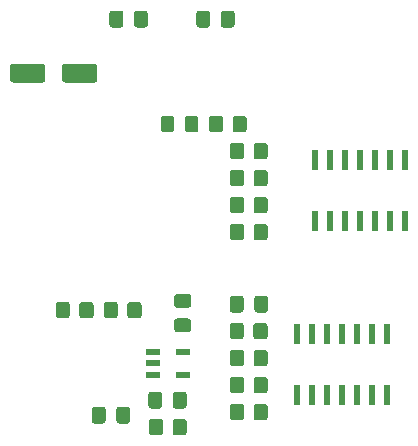
<source format=gbr>
%TF.GenerationSoftware,KiCad,Pcbnew,(5.1.8-0-10_14)*%
%TF.CreationDate,2020-12-27T09:30:55+11:00*%
%TF.ProjectId,Open-JIP(KiCad)_T3.2,4f70656e-2d4a-4495-9028-4b6943616429,rev?*%
%TF.SameCoordinates,Original*%
%TF.FileFunction,Paste,Top*%
%TF.FilePolarity,Positive*%
%FSLAX46Y46*%
G04 Gerber Fmt 4.6, Leading zero omitted, Abs format (unit mm)*
G04 Created by KiCad (PCBNEW (5.1.8-0-10_14)) date 2020-12-27 09:30:55*
%MOMM*%
%LPD*%
G01*
G04 APERTURE LIST*
%ADD10R,0.533400X1.701800*%
%ADD11R,1.210000X0.590000*%
G04 APERTURE END LIST*
%TO.C,C1*%
G36*
G01*
X111977500Y-68801000D02*
X111977500Y-67851000D01*
G75*
G02*
X112227500Y-67601000I250000J0D01*
G01*
X112902500Y-67601000D01*
G75*
G02*
X113152500Y-67851000I0J-250000D01*
G01*
X113152500Y-68801000D01*
G75*
G02*
X112902500Y-69051000I-250000J0D01*
G01*
X112227500Y-69051000D01*
G75*
G02*
X111977500Y-68801000I0J250000D01*
G01*
G37*
G36*
G01*
X109902500Y-68801000D02*
X109902500Y-67851000D01*
G75*
G02*
X110152500Y-67601000I250000J0D01*
G01*
X110827500Y-67601000D01*
G75*
G02*
X111077500Y-67851000I0J-250000D01*
G01*
X111077500Y-68801000D01*
G75*
G02*
X110827500Y-69051000I-250000J0D01*
G01*
X110152500Y-69051000D01*
G75*
G02*
X109902500Y-68801000I0J250000D01*
G01*
G37*
%TD*%
%TO.C,C2*%
G36*
G01*
X120824500Y-35273000D02*
X120824500Y-34323000D01*
G75*
G02*
X121074500Y-34073000I250000J0D01*
G01*
X121749500Y-34073000D01*
G75*
G02*
X121999500Y-34323000I0J-250000D01*
G01*
X121999500Y-35273000D01*
G75*
G02*
X121749500Y-35523000I-250000J0D01*
G01*
X121074500Y-35523000D01*
G75*
G02*
X120824500Y-35273000I0J250000D01*
G01*
G37*
G36*
G01*
X118749500Y-35273000D02*
X118749500Y-34323000D01*
G75*
G02*
X118999500Y-34073000I250000J0D01*
G01*
X119674500Y-34073000D01*
G75*
G02*
X119924500Y-34323000I0J-250000D01*
G01*
X119924500Y-35273000D01*
G75*
G02*
X119674500Y-35523000I-250000J0D01*
G01*
X118999500Y-35523000D01*
G75*
G02*
X118749500Y-35273000I0J250000D01*
G01*
G37*
%TD*%
%TO.C,C3*%
G36*
G01*
X121586500Y-59403000D02*
X121586500Y-58453000D01*
G75*
G02*
X121836500Y-58203000I250000J0D01*
G01*
X122511500Y-58203000D01*
G75*
G02*
X122761500Y-58453000I0J-250000D01*
G01*
X122761500Y-59403000D01*
G75*
G02*
X122511500Y-59653000I-250000J0D01*
G01*
X121836500Y-59653000D01*
G75*
G02*
X121586500Y-59403000I0J250000D01*
G01*
G37*
G36*
G01*
X123661500Y-59403000D02*
X123661500Y-58453000D01*
G75*
G02*
X123911500Y-58203000I250000J0D01*
G01*
X124586500Y-58203000D01*
G75*
G02*
X124836500Y-58453000I0J-250000D01*
G01*
X124836500Y-59403000D01*
G75*
G02*
X124586500Y-59653000I-250000J0D01*
G01*
X123911500Y-59653000D01*
G75*
G02*
X123661500Y-59403000I0J250000D01*
G01*
G37*
%TD*%
%TO.C,C4*%
G36*
G01*
X111405000Y-35273000D02*
X111405000Y-34323000D01*
G75*
G02*
X111655000Y-34073000I250000J0D01*
G01*
X112330000Y-34073000D01*
G75*
G02*
X112580000Y-34323000I0J-250000D01*
G01*
X112580000Y-35273000D01*
G75*
G02*
X112330000Y-35523000I-250000J0D01*
G01*
X111655000Y-35523000D01*
G75*
G02*
X111405000Y-35273000I0J250000D01*
G01*
G37*
G36*
G01*
X113480000Y-35273000D02*
X113480000Y-34323000D01*
G75*
G02*
X113730000Y-34073000I250000J0D01*
G01*
X114405000Y-34073000D01*
G75*
G02*
X114655000Y-34323000I0J-250000D01*
G01*
X114655000Y-35273000D01*
G75*
G02*
X114405000Y-35523000I-250000J0D01*
G01*
X113730000Y-35523000D01*
G75*
G02*
X113480000Y-35273000I0J250000D01*
G01*
G37*
%TD*%
%TO.C,C5*%
G36*
G01*
X116760500Y-67531000D02*
X116760500Y-66581000D01*
G75*
G02*
X117010500Y-66331000I250000J0D01*
G01*
X117685500Y-66331000D01*
G75*
G02*
X117935500Y-66581000I0J-250000D01*
G01*
X117935500Y-67531000D01*
G75*
G02*
X117685500Y-67781000I-250000J0D01*
G01*
X117010500Y-67781000D01*
G75*
G02*
X116760500Y-67531000I0J250000D01*
G01*
G37*
G36*
G01*
X114685500Y-67531000D02*
X114685500Y-66581000D01*
G75*
G02*
X114935500Y-66331000I250000J0D01*
G01*
X115610500Y-66331000D01*
G75*
G02*
X115860500Y-66581000I0J-250000D01*
G01*
X115860500Y-67531000D01*
G75*
G02*
X115610500Y-67781000I-250000J0D01*
G01*
X114935500Y-67781000D01*
G75*
G02*
X114685500Y-67531000I0J250000D01*
G01*
G37*
%TD*%
%TO.C,C6*%
G36*
G01*
X102980000Y-39920000D02*
X102980000Y-38820000D01*
G75*
G02*
X103230000Y-38570000I250000J0D01*
G01*
X105730000Y-38570000D01*
G75*
G02*
X105980000Y-38820000I0J-250000D01*
G01*
X105980000Y-39920000D01*
G75*
G02*
X105730000Y-40170000I-250000J0D01*
G01*
X103230000Y-40170000D01*
G75*
G02*
X102980000Y-39920000I0J250000D01*
G01*
G37*
G36*
G01*
X107380000Y-39920000D02*
X107380000Y-38820000D01*
G75*
G02*
X107630000Y-38570000I250000J0D01*
G01*
X110130000Y-38570000D01*
G75*
G02*
X110380000Y-38820000I0J-250000D01*
G01*
X110380000Y-39920000D01*
G75*
G02*
X110130000Y-40170000I-250000J0D01*
G01*
X107630000Y-40170000D01*
G75*
G02*
X107380000Y-39920000I0J250000D01*
G01*
G37*
%TD*%
%TO.C,C7*%
G36*
G01*
X117127000Y-58065000D02*
X118077000Y-58065000D01*
G75*
G02*
X118327000Y-58315000I0J-250000D01*
G01*
X118327000Y-58990000D01*
G75*
G02*
X118077000Y-59240000I-250000J0D01*
G01*
X117127000Y-59240000D01*
G75*
G02*
X116877000Y-58990000I0J250000D01*
G01*
X116877000Y-58315000D01*
G75*
G02*
X117127000Y-58065000I250000J0D01*
G01*
G37*
G36*
G01*
X117127000Y-60140000D02*
X118077000Y-60140000D01*
G75*
G02*
X118327000Y-60390000I0J-250000D01*
G01*
X118327000Y-61065000D01*
G75*
G02*
X118077000Y-61315000I-250000J0D01*
G01*
X117127000Y-61315000D01*
G75*
G02*
X116877000Y-61065000I0J250000D01*
G01*
X116877000Y-60390000D01*
G75*
G02*
X117127000Y-60140000I250000J0D01*
G01*
G37*
%TD*%
%TO.C,D3*%
G36*
G01*
X115739000Y-44138001D02*
X115739000Y-43237999D01*
G75*
G02*
X115988999Y-42988000I249999J0D01*
G01*
X116639001Y-42988000D01*
G75*
G02*
X116889000Y-43237999I0J-249999D01*
G01*
X116889000Y-44138001D01*
G75*
G02*
X116639001Y-44388000I-249999J0D01*
G01*
X115988999Y-44388000D01*
G75*
G02*
X115739000Y-44138001I0J249999D01*
G01*
G37*
G36*
G01*
X117789000Y-44138001D02*
X117789000Y-43237999D01*
G75*
G02*
X118038999Y-42988000I249999J0D01*
G01*
X118689001Y-42988000D01*
G75*
G02*
X118939000Y-43237999I0J-249999D01*
G01*
X118939000Y-44138001D01*
G75*
G02*
X118689001Y-44388000I-249999J0D01*
G01*
X118038999Y-44388000D01*
G75*
G02*
X117789000Y-44138001I0J249999D01*
G01*
G37*
%TD*%
%TO.C,R1*%
G36*
G01*
X112922000Y-59886001D02*
X112922000Y-58985999D01*
G75*
G02*
X113171999Y-58736000I249999J0D01*
G01*
X113872001Y-58736000D01*
G75*
G02*
X114122000Y-58985999I0J-249999D01*
G01*
X114122000Y-59886001D01*
G75*
G02*
X113872001Y-60136000I-249999J0D01*
G01*
X113171999Y-60136000D01*
G75*
G02*
X112922000Y-59886001I0J249999D01*
G01*
G37*
G36*
G01*
X110922000Y-59886001D02*
X110922000Y-58985999D01*
G75*
G02*
X111171999Y-58736000I249999J0D01*
G01*
X111872001Y-58736000D01*
G75*
G02*
X112122000Y-58985999I0J-249999D01*
G01*
X112122000Y-59886001D01*
G75*
G02*
X111872001Y-60136000I-249999J0D01*
G01*
X111171999Y-60136000D01*
G75*
G02*
X110922000Y-59886001I0J249999D01*
G01*
G37*
%TD*%
%TO.C,R2*%
G36*
G01*
X106858000Y-59886001D02*
X106858000Y-58985999D01*
G75*
G02*
X107107999Y-58736000I249999J0D01*
G01*
X107808001Y-58736000D01*
G75*
G02*
X108058000Y-58985999I0J-249999D01*
G01*
X108058000Y-59886001D01*
G75*
G02*
X107808001Y-60136000I-249999J0D01*
G01*
X107107999Y-60136000D01*
G75*
G02*
X106858000Y-59886001I0J249999D01*
G01*
G37*
G36*
G01*
X108858000Y-59886001D02*
X108858000Y-58985999D01*
G75*
G02*
X109107999Y-58736000I249999J0D01*
G01*
X109808001Y-58736000D01*
G75*
G02*
X110058000Y-58985999I0J-249999D01*
G01*
X110058000Y-59886001D01*
G75*
G02*
X109808001Y-60136000I-249999J0D01*
G01*
X109107999Y-60136000D01*
G75*
G02*
X108858000Y-59886001I0J249999D01*
G01*
G37*
%TD*%
%TO.C,R3*%
G36*
G01*
X121606000Y-46424001D02*
X121606000Y-45523999D01*
G75*
G02*
X121855999Y-45274000I249999J0D01*
G01*
X122556001Y-45274000D01*
G75*
G02*
X122806000Y-45523999I0J-249999D01*
G01*
X122806000Y-46424001D01*
G75*
G02*
X122556001Y-46674000I-249999J0D01*
G01*
X121855999Y-46674000D01*
G75*
G02*
X121606000Y-46424001I0J249999D01*
G01*
G37*
G36*
G01*
X123606000Y-46424001D02*
X123606000Y-45523999D01*
G75*
G02*
X123855999Y-45274000I249999J0D01*
G01*
X124556001Y-45274000D01*
G75*
G02*
X124806000Y-45523999I0J-249999D01*
G01*
X124806000Y-46424001D01*
G75*
G02*
X124556001Y-46674000I-249999J0D01*
G01*
X123855999Y-46674000D01*
G75*
G02*
X123606000Y-46424001I0J249999D01*
G01*
G37*
%TD*%
%TO.C,R4*%
G36*
G01*
X123590000Y-61664001D02*
X123590000Y-60763999D01*
G75*
G02*
X123839999Y-60514000I249999J0D01*
G01*
X124540001Y-60514000D01*
G75*
G02*
X124790000Y-60763999I0J-249999D01*
G01*
X124790000Y-61664001D01*
G75*
G02*
X124540001Y-61914000I-249999J0D01*
G01*
X123839999Y-61914000D01*
G75*
G02*
X123590000Y-61664001I0J249999D01*
G01*
G37*
G36*
G01*
X121590000Y-61664001D02*
X121590000Y-60763999D01*
G75*
G02*
X121839999Y-60514000I249999J0D01*
G01*
X122540001Y-60514000D01*
G75*
G02*
X122790000Y-60763999I0J-249999D01*
G01*
X122790000Y-61664001D01*
G75*
G02*
X122540001Y-61914000I-249999J0D01*
G01*
X121839999Y-61914000D01*
G75*
G02*
X121590000Y-61664001I0J249999D01*
G01*
G37*
%TD*%
%TO.C,R5*%
G36*
G01*
X123606000Y-48710001D02*
X123606000Y-47809999D01*
G75*
G02*
X123855999Y-47560000I249999J0D01*
G01*
X124556001Y-47560000D01*
G75*
G02*
X124806000Y-47809999I0J-249999D01*
G01*
X124806000Y-48710001D01*
G75*
G02*
X124556001Y-48960000I-249999J0D01*
G01*
X123855999Y-48960000D01*
G75*
G02*
X123606000Y-48710001I0J249999D01*
G01*
G37*
G36*
G01*
X121606000Y-48710001D02*
X121606000Y-47809999D01*
G75*
G02*
X121855999Y-47560000I249999J0D01*
G01*
X122556001Y-47560000D01*
G75*
G02*
X122806000Y-47809999I0J-249999D01*
G01*
X122806000Y-48710001D01*
G75*
G02*
X122556001Y-48960000I-249999J0D01*
G01*
X121855999Y-48960000D01*
G75*
G02*
X121606000Y-48710001I0J249999D01*
G01*
G37*
%TD*%
%TO.C,R6*%
G36*
G01*
X121606000Y-63950001D02*
X121606000Y-63049999D01*
G75*
G02*
X121855999Y-62800000I249999J0D01*
G01*
X122556001Y-62800000D01*
G75*
G02*
X122806000Y-63049999I0J-249999D01*
G01*
X122806000Y-63950001D01*
G75*
G02*
X122556001Y-64200000I-249999J0D01*
G01*
X121855999Y-64200000D01*
G75*
G02*
X121606000Y-63950001I0J249999D01*
G01*
G37*
G36*
G01*
X123606000Y-63950001D02*
X123606000Y-63049999D01*
G75*
G02*
X123855999Y-62800000I249999J0D01*
G01*
X124556001Y-62800000D01*
G75*
G02*
X124806000Y-63049999I0J-249999D01*
G01*
X124806000Y-63950001D01*
G75*
G02*
X124556001Y-64200000I-249999J0D01*
G01*
X123855999Y-64200000D01*
G75*
G02*
X123606000Y-63950001I0J249999D01*
G01*
G37*
%TD*%
%TO.C,R7*%
G36*
G01*
X123606000Y-50996001D02*
X123606000Y-50095999D01*
G75*
G02*
X123855999Y-49846000I249999J0D01*
G01*
X124556001Y-49846000D01*
G75*
G02*
X124806000Y-50095999I0J-249999D01*
G01*
X124806000Y-50996001D01*
G75*
G02*
X124556001Y-51246000I-249999J0D01*
G01*
X123855999Y-51246000D01*
G75*
G02*
X123606000Y-50996001I0J249999D01*
G01*
G37*
G36*
G01*
X121606000Y-50996001D02*
X121606000Y-50095999D01*
G75*
G02*
X121855999Y-49846000I249999J0D01*
G01*
X122556001Y-49846000D01*
G75*
G02*
X122806000Y-50095999I0J-249999D01*
G01*
X122806000Y-50996001D01*
G75*
G02*
X122556001Y-51246000I-249999J0D01*
G01*
X121855999Y-51246000D01*
G75*
G02*
X121606000Y-50996001I0J249999D01*
G01*
G37*
%TD*%
%TO.C,R8*%
G36*
G01*
X114748000Y-69792001D02*
X114748000Y-68891999D01*
G75*
G02*
X114997999Y-68642000I249999J0D01*
G01*
X115698001Y-68642000D01*
G75*
G02*
X115948000Y-68891999I0J-249999D01*
G01*
X115948000Y-69792001D01*
G75*
G02*
X115698001Y-70042000I-249999J0D01*
G01*
X114997999Y-70042000D01*
G75*
G02*
X114748000Y-69792001I0J249999D01*
G01*
G37*
G36*
G01*
X116748000Y-69792001D02*
X116748000Y-68891999D01*
G75*
G02*
X116997999Y-68642000I249999J0D01*
G01*
X117698001Y-68642000D01*
G75*
G02*
X117948000Y-68891999I0J-249999D01*
G01*
X117948000Y-69792001D01*
G75*
G02*
X117698001Y-70042000I-249999J0D01*
G01*
X116997999Y-70042000D01*
G75*
G02*
X116748000Y-69792001I0J249999D01*
G01*
G37*
%TD*%
%TO.C,R9*%
G36*
G01*
X123606000Y-66236001D02*
X123606000Y-65335999D01*
G75*
G02*
X123855999Y-65086000I249999J0D01*
G01*
X124556001Y-65086000D01*
G75*
G02*
X124806000Y-65335999I0J-249999D01*
G01*
X124806000Y-66236001D01*
G75*
G02*
X124556001Y-66486000I-249999J0D01*
G01*
X123855999Y-66486000D01*
G75*
G02*
X123606000Y-66236001I0J249999D01*
G01*
G37*
G36*
G01*
X121606000Y-66236001D02*
X121606000Y-65335999D01*
G75*
G02*
X121855999Y-65086000I249999J0D01*
G01*
X122556001Y-65086000D01*
G75*
G02*
X122806000Y-65335999I0J-249999D01*
G01*
X122806000Y-66236001D01*
G75*
G02*
X122556001Y-66486000I-249999J0D01*
G01*
X121855999Y-66486000D01*
G75*
G02*
X121606000Y-66236001I0J249999D01*
G01*
G37*
%TD*%
%TO.C,R10*%
G36*
G01*
X121606000Y-53282001D02*
X121606000Y-52381999D01*
G75*
G02*
X121855999Y-52132000I249999J0D01*
G01*
X122556001Y-52132000D01*
G75*
G02*
X122806000Y-52381999I0J-249999D01*
G01*
X122806000Y-53282001D01*
G75*
G02*
X122556001Y-53532000I-249999J0D01*
G01*
X121855999Y-53532000D01*
G75*
G02*
X121606000Y-53282001I0J249999D01*
G01*
G37*
G36*
G01*
X123606000Y-53282001D02*
X123606000Y-52381999D01*
G75*
G02*
X123855999Y-52132000I249999J0D01*
G01*
X124556001Y-52132000D01*
G75*
G02*
X124806000Y-52381999I0J-249999D01*
G01*
X124806000Y-53282001D01*
G75*
G02*
X124556001Y-53532000I-249999J0D01*
G01*
X123855999Y-53532000D01*
G75*
G02*
X123606000Y-53282001I0J249999D01*
G01*
G37*
%TD*%
%TO.C,R11*%
G36*
G01*
X121606000Y-68522001D02*
X121606000Y-67621999D01*
G75*
G02*
X121855999Y-67372000I249999J0D01*
G01*
X122556001Y-67372000D01*
G75*
G02*
X122806000Y-67621999I0J-249999D01*
G01*
X122806000Y-68522001D01*
G75*
G02*
X122556001Y-68772000I-249999J0D01*
G01*
X121855999Y-68772000D01*
G75*
G02*
X121606000Y-68522001I0J249999D01*
G01*
G37*
G36*
G01*
X123606000Y-68522001D02*
X123606000Y-67621999D01*
G75*
G02*
X123855999Y-67372000I249999J0D01*
G01*
X124556001Y-67372000D01*
G75*
G02*
X124806000Y-67621999I0J-249999D01*
G01*
X124806000Y-68522001D01*
G75*
G02*
X124556001Y-68772000I-249999J0D01*
G01*
X123855999Y-68772000D01*
G75*
G02*
X123606000Y-68522001I0J249999D01*
G01*
G37*
%TD*%
%TO.C,R13*%
G36*
G01*
X121028000Y-43237999D02*
X121028000Y-44138001D01*
G75*
G02*
X120778001Y-44388000I-249999J0D01*
G01*
X120077999Y-44388000D01*
G75*
G02*
X119828000Y-44138001I0J249999D01*
G01*
X119828000Y-43237999D01*
G75*
G02*
X120077999Y-42988000I249999J0D01*
G01*
X120778001Y-42988000D01*
G75*
G02*
X121028000Y-43237999I0J-249999D01*
G01*
G37*
G36*
G01*
X123028000Y-43237999D02*
X123028000Y-44138001D01*
G75*
G02*
X122778001Y-44388000I-249999J0D01*
G01*
X122077999Y-44388000D01*
G75*
G02*
X121828000Y-44138001I0J249999D01*
G01*
X121828000Y-43237999D01*
G75*
G02*
X122077999Y-42988000I249999J0D01*
G01*
X122778001Y-42988000D01*
G75*
G02*
X123028000Y-43237999I0J-249999D01*
G01*
G37*
%TD*%
D10*
%TO.C,U1*%
X136398000Y-46685200D03*
X135128000Y-46685200D03*
X133858000Y-46685200D03*
X132588000Y-46685200D03*
X131318000Y-46685200D03*
X130048000Y-46685200D03*
X128778000Y-46685200D03*
X128778000Y-51866800D03*
X130048000Y-51866800D03*
X131318000Y-51866800D03*
X132588000Y-51866800D03*
X133858000Y-51866800D03*
X135128000Y-51866800D03*
X136398000Y-51866800D03*
%TD*%
%TO.C,U3*%
X134874000Y-66649600D03*
X133604000Y-66649600D03*
X132334000Y-66649600D03*
X131064000Y-66649600D03*
X129794000Y-66649600D03*
X128524000Y-66649600D03*
X127254000Y-66649600D03*
X127254000Y-61468000D03*
X128524000Y-61468000D03*
X129794000Y-61468000D03*
X131064000Y-61468000D03*
X132334000Y-61468000D03*
X133604000Y-61468000D03*
X134874000Y-61468000D03*
%TD*%
D11*
%TO.C,U4*%
X115092000Y-62992000D03*
X115092000Y-63942000D03*
X115092000Y-64892000D03*
X117602000Y-64892000D03*
X117602000Y-62992000D03*
%TD*%
M02*

</source>
